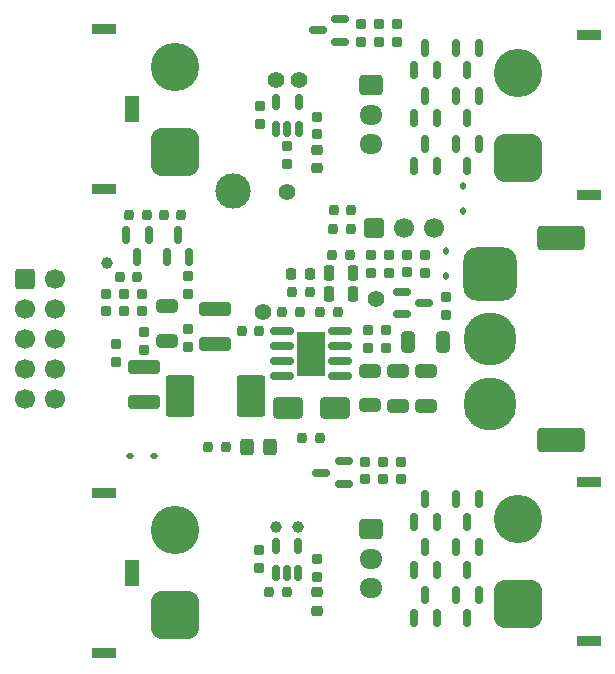
<source format=gbr>
%TF.GenerationSoftware,KiCad,Pcbnew,9.0.2*%
%TF.CreationDate,2025-06-18T19:59:33+02:00*%
%TF.ProjectId,Robobuoy-Sub-PSU-v2_1,526f626f-6275-46f7-992d-5375622d5053,2.0*%
%TF.SameCoordinates,Original*%
%TF.FileFunction,Soldermask,Top*%
%TF.FilePolarity,Negative*%
%FSLAX46Y46*%
G04 Gerber Fmt 4.6, Leading zero omitted, Abs format (unit mm)*
G04 Created by KiCad (PCBNEW 9.0.2) date 2025-06-18 19:59:33*
%MOMM*%
%LPD*%
G01*
G04 APERTURE LIST*
G04 Aperture macros list*
%AMRoundRect*
0 Rectangle with rounded corners*
0 $1 Rounding radius*
0 $2 $3 $4 $5 $6 $7 $8 $9 X,Y pos of 4 corners*
0 Add a 4 corners polygon primitive as box body*
4,1,4,$2,$3,$4,$5,$6,$7,$8,$9,$2,$3,0*
0 Add four circle primitives for the rounded corners*
1,1,$1+$1,$2,$3*
1,1,$1+$1,$4,$5*
1,1,$1+$1,$6,$7*
1,1,$1+$1,$8,$9*
0 Add four rect primitives between the rounded corners*
20,1,$1+$1,$2,$3,$4,$5,0*
20,1,$1+$1,$4,$5,$6,$7,0*
20,1,$1+$1,$6,$7,$8,$9,0*
20,1,$1+$1,$8,$9,$2,$3,0*%
G04 Aperture macros list end*
%ADD10R,2.000000X0.900000*%
%ADD11RoundRect,1.025000X1.025000X-1.025000X1.025000X1.025000X-1.025000X1.025000X-1.025000X-1.025000X0*%
%ADD12C,4.100000*%
%ADD13R,1.300000X2.300000*%
%ADD14RoundRect,1.025000X-1.025000X1.025000X-1.025000X-1.025000X1.025000X-1.025000X1.025000X1.025000X0*%
%ADD15RoundRect,0.200000X0.200000X0.250000X-0.200000X0.250000X-0.200000X-0.250000X0.200000X-0.250000X0*%
%ADD16RoundRect,0.200000X-0.250000X0.200000X-0.250000X-0.200000X0.250000X-0.200000X0.250000X0.200000X0*%
%ADD17RoundRect,0.250000X-0.600000X-0.600000X0.600000X-0.600000X0.600000X0.600000X-0.600000X0.600000X0*%
%ADD18C,1.700000*%
%ADD19RoundRect,0.218750X0.256250X-0.218750X0.256250X0.218750X-0.256250X0.218750X-0.256250X-0.218750X0*%
%ADD20RoundRect,0.150000X-0.150000X0.587500X-0.150000X-0.587500X0.150000X-0.587500X0.150000X0.587500X0*%
%ADD21RoundRect,0.200000X0.250000X-0.200000X0.250000X0.200000X-0.250000X0.200000X-0.250000X-0.200000X0*%
%ADD22RoundRect,0.250000X0.650000X-0.325000X0.650000X0.325000X-0.650000X0.325000X-0.650000X-0.325000X0*%
%ADD23RoundRect,0.250000X-1.000000X-0.650000X1.000000X-0.650000X1.000000X0.650000X-1.000000X0.650000X0*%
%ADD24RoundRect,0.150000X0.150000X-0.512500X0.150000X0.512500X-0.150000X0.512500X-0.150000X-0.512500X0*%
%ADD25RoundRect,0.200000X-0.200000X-0.250000X0.200000X-0.250000X0.200000X0.250000X-0.200000X0.250000X0*%
%ADD26RoundRect,0.250000X-0.725000X0.600000X-0.725000X-0.600000X0.725000X-0.600000X0.725000X0.600000X0*%
%ADD27O,1.950000X1.700000*%
%ADD28RoundRect,0.250000X-0.325000X-0.650000X0.325000X-0.650000X0.325000X0.650000X-0.325000X0.650000X0*%
%ADD29RoundRect,0.112500X-0.112500X0.187500X-0.112500X-0.187500X0.112500X-0.187500X0.112500X0.187500X0*%
%ADD30RoundRect,0.150000X0.150000X-0.587500X0.150000X0.587500X-0.150000X0.587500X-0.150000X-0.587500X0*%
%ADD31RoundRect,0.112500X0.187500X0.112500X-0.187500X0.112500X-0.187500X-0.112500X0.187500X-0.112500X0*%
%ADD32C,1.400000*%
%ADD33C,3.000000*%
%ADD34RoundRect,0.250000X-1.750000X0.750000X-1.750000X-0.750000X1.750000X-0.750000X1.750000X0.750000X0*%
%ADD35RoundRect,1.125000X-1.125000X1.125000X-1.125000X-1.125000X1.125000X-1.125000X1.125000X1.125000X0*%
%ADD36C,4.500000*%
%ADD37RoundRect,0.225000X0.225000X0.425000X-0.225000X0.425000X-0.225000X-0.425000X0.225000X-0.425000X0*%
%ADD38RoundRect,0.230769X0.969231X1.519231X-0.969231X1.519231X-0.969231X-1.519231X0.969231X-1.519231X0*%
%ADD39RoundRect,0.250000X-0.650000X0.325000X-0.650000X-0.325000X0.650000X-0.325000X0.650000X0.325000X0*%
%ADD40RoundRect,0.250000X1.100000X-0.325000X1.100000X0.325000X-1.100000X0.325000X-1.100000X-0.325000X0*%
%ADD41RoundRect,0.150000X0.825000X0.150000X-0.825000X0.150000X-0.825000X-0.150000X0.825000X-0.150000X0*%
%ADD42R,2.410000X3.810000*%
%ADD43RoundRect,0.150000X0.587500X0.150000X-0.587500X0.150000X-0.587500X-0.150000X0.587500X-0.150000X0*%
%ADD44RoundRect,0.150000X-0.587500X-0.150000X0.587500X-0.150000X0.587500X0.150000X-0.587500X0.150000X0*%
%ADD45RoundRect,0.206250X-0.618750X-0.618750X0.618750X-0.618750X0.618750X0.618750X-0.618750X0.618750X0*%
%ADD46RoundRect,0.218750X-0.218750X-0.256250X0.218750X-0.256250X0.218750X0.256250X-0.218750X0.256250X0*%
%ADD47C,1.000000*%
%ADD48RoundRect,0.300000X0.300000X0.400000X-0.300000X0.400000X-0.300000X-0.400000X0.300000X-0.400000X0*%
G04 APERTURE END LIST*
D10*
%TO.C,J104*%
X-17401500Y-26562000D03*
X-17401500Y-13062000D03*
D11*
X-11401500Y-23412000D03*
D12*
X-11401500Y-16212000D03*
D13*
X-15051500Y-19812000D03*
%TD*%
D10*
%TO.C,J107*%
X-17401500Y12700000D03*
X-17401500Y26200000D03*
D11*
X-11401500Y15850000D03*
D12*
X-11401500Y23050000D03*
D13*
X-15051500Y19450000D03*
%TD*%
D10*
%TO.C,J105*%
X23607000Y-12090000D03*
X23607000Y-25590000D03*
D14*
X17607000Y-22440000D03*
D12*
X17607000Y-15240000D03*
%TD*%
D15*
%TO.C,R123*%
X-7124000Y-9144000D03*
X-8624000Y-9144000D03*
%TD*%
D16*
%TO.C,R102*%
X9779000Y7100000D03*
X9779000Y5600000D03*
%TD*%
D17*
%TO.C,J108*%
X-24130000Y5080000D03*
D18*
X-21590000Y5080000D03*
X-24130000Y2540000D03*
X-21590000Y2540000D03*
X-24130000Y0D03*
X-21590000Y0D03*
X-24130000Y-2540000D03*
X-21590000Y-2540000D03*
X-24130000Y-5080000D03*
X-21590000Y-5080000D03*
%TD*%
D16*
%TO.C,C108*%
X-4267200Y-17900000D03*
X-4267200Y-19400000D03*
%TD*%
D19*
%TO.C,D105*%
X584200Y-23037900D03*
X584200Y-21462900D03*
%TD*%
D15*
%TO.C,R124*%
X2401000Y2286000D03*
X901000Y2286000D03*
%TD*%
D20*
%TO.C,Q115*%
X14310400Y-21719300D03*
X12410400Y-21719300D03*
X13360400Y-23594300D03*
%TD*%
D21*
%TO.C,R118*%
X4318000Y25158000D03*
X4318000Y26658000D03*
%TD*%
D22*
%TO.C,C113*%
X-12065000Y-179600D03*
X-12065000Y2770400D03*
%TD*%
D23*
%TO.C,D107*%
X-1873000Y-5842000D03*
X2127000Y-5842000D03*
%TD*%
D24*
%TO.C,U102*%
X-2855000Y-19787500D03*
X-1905000Y-19787500D03*
X-955000Y-19787500D03*
X-955000Y-17512500D03*
X-2855000Y-17512500D03*
%TD*%
D21*
%TO.C,R119*%
X6169900Y-11890400D03*
X6169900Y-10390400D03*
%TD*%
D25*
%TO.C,R115*%
X-5753800Y635000D03*
X-4253800Y635000D03*
%TD*%
D15*
%TO.C,R112*%
X-1917000Y-21444000D03*
X-3417000Y-21444000D03*
%TD*%
D26*
%TO.C,J103*%
X5224000Y21482000D03*
D27*
X5224000Y18982000D03*
X5224000Y16482000D03*
%TD*%
D28*
%TO.C,C107*%
X8304000Y-254000D03*
X11254000Y-254000D03*
%TD*%
D16*
%TO.C,R110*%
X-15697200Y3823400D03*
X-15697200Y2323400D03*
%TD*%
D25*
%TO.C,C114*%
X-623000Y-8382000D03*
X877000Y-8382000D03*
%TD*%
D29*
%TO.C,D109*%
X12954000Y12911800D03*
X12954000Y10811800D03*
%TD*%
D30*
%TO.C,Q114*%
X8854400Y22786100D03*
X10754400Y22786100D03*
X9804400Y24661100D03*
%TD*%
D25*
%TO.C,R116*%
X-2350200Y2286000D03*
X-850200Y2286000D03*
%TD*%
D16*
%TO.C,R111*%
X-1879600Y16294800D03*
X-1879600Y14794800D03*
%TD*%
%TO.C,C106*%
X-17221200Y3823400D03*
X-17221200Y2323400D03*
%TD*%
D21*
%TO.C,C102*%
X6477000Y-750000D03*
X6477000Y750000D03*
%TD*%
D31*
%TO.C,D104*%
X-13148600Y-9956800D03*
X-15248600Y-9956800D03*
%TD*%
D30*
%TO.C,Q108*%
X8854400Y14658100D03*
X10754400Y14658100D03*
X9804400Y16533100D03*
%TD*%
D21*
%TO.C,R121*%
X7693900Y-11890400D03*
X7693900Y-10390400D03*
%TD*%
D10*
%TO.C,J106*%
X23607000Y25692000D03*
X23607000Y12192000D03*
D14*
X17607000Y15342000D03*
D12*
X17607000Y22542000D03*
%TD*%
D21*
%TO.C,C103*%
X4953000Y-750000D03*
X4953000Y750000D03*
%TD*%
D32*
%TO.C,TP102*%
X5638800Y3403600D03*
%TD*%
%TO.C,TP105*%
X-889000Y21894800D03*
%TD*%
D24*
%TO.C,U103*%
X-2838000Y17804500D03*
X-1888000Y17804500D03*
X-938000Y17804500D03*
X-938000Y20079500D03*
X-2838000Y20079500D03*
%TD*%
D33*
%TO.C,TP101*%
X-6502400Y12496800D03*
%TD*%
D30*
%TO.C,Q101*%
X-12114700Y6936500D03*
X-10214700Y6936500D03*
X-11164700Y8811500D03*
%TD*%
D15*
%TO.C,R109*%
X-14591600Y5207000D03*
X-16091600Y5207000D03*
%TD*%
D20*
%TO.C,Q111*%
X14310400Y-13591300D03*
X12410400Y-13591300D03*
X13360400Y-15466300D03*
%TD*%
D15*
%TO.C,R107*%
X3417000Y7112000D03*
X1917000Y7112000D03*
%TD*%
D34*
%TO.C,J101*%
X21240000Y8550000D03*
X21240000Y-8550000D03*
D35*
X15240000Y5500000D03*
D36*
X15240000Y0D03*
X15240000Y-5500000D03*
%TD*%
D15*
%TO.C,R127*%
X3518600Y10922000D03*
X2018600Y10922000D03*
%TD*%
D37*
%TO.C,C104*%
X3667000Y5588000D03*
X1667000Y5588000D03*
%TD*%
D19*
%TO.C,D106*%
X584200Y14427100D03*
X584200Y16002100D03*
%TD*%
D38*
%TO.C,L101*%
X-5001000Y-4826000D03*
X-11001000Y-4826000D03*
%TD*%
D39*
%TO.C,C110*%
X9855200Y-2707051D03*
X9855200Y-5657051D03*
%TD*%
D32*
%TO.C,TP106*%
X-3911600Y2260600D03*
%TD*%
D40*
%TO.C,C111*%
X-8001000Y-459000D03*
X-8001000Y2491000D03*
%TD*%
D20*
%TO.C,Q113*%
X14310400Y-17655300D03*
X12410400Y-17655300D03*
X13360400Y-19530300D03*
%TD*%
D30*
%TO.C,Q105*%
X8854400Y-19530300D03*
X10754400Y-19530300D03*
X9804400Y-17655300D03*
%TD*%
D41*
%TO.C,U101*%
X2602000Y-3175000D03*
X2602000Y-1905000D03*
X2602000Y-635000D03*
X2602000Y635000D03*
X-2348000Y635000D03*
X-2348000Y-635000D03*
X-2348000Y-1905000D03*
X-2348000Y-3175000D03*
D42*
X127000Y-1270000D03*
%TD*%
D43*
%TO.C,Q103*%
X2867900Y-12278400D03*
X2867900Y-10378400D03*
X992900Y-11328400D03*
%TD*%
D26*
%TO.C,J102*%
X5207000Y-16110000D03*
D27*
X5207000Y-18610000D03*
X5207000Y-21110000D03*
%TD*%
D21*
%TO.C,C112*%
X-14046200Y-927800D03*
X-14046200Y572200D03*
%TD*%
D32*
%TO.C,TP109*%
X-1955800Y12446000D03*
%TD*%
D21*
%TO.C,R132*%
X11557000Y2044000D03*
X11557000Y3544000D03*
%TD*%
D30*
%TO.C,Q112*%
X8854400Y18722100D03*
X10754400Y18722100D03*
X9804400Y20597100D03*
%TD*%
D21*
%TO.C,C119*%
X-10261600Y-699200D03*
X-10261600Y800800D03*
%TD*%
D29*
%TO.C,D101*%
X11557000Y7400000D03*
X11557000Y5300000D03*
%TD*%
D16*
%TO.C,C109*%
X-4241800Y19692000D03*
X-4241800Y18192000D03*
%TD*%
D44*
%TO.C,Q119*%
X7825500Y3998000D03*
X7825500Y2098000D03*
X9700500Y3048000D03*
%TD*%
D16*
%TO.C,C116*%
X-16383000Y-455800D03*
X-16383000Y-1955800D03*
%TD*%
D32*
%TO.C,TP108*%
X-2844800Y21894800D03*
%TD*%
D15*
%TO.C,R103*%
X-12000Y3962400D03*
X-1512000Y3962400D03*
%TD*%
D45*
%TO.C,SW101*%
X5461000Y9398000D03*
D18*
X8001000Y9398000D03*
X10541000Y9398000D03*
%TD*%
D21*
%TO.C,R114*%
X609600Y17309400D03*
X609600Y18809400D03*
%TD*%
D46*
%TO.C,D103*%
X-1549500Y5486400D03*
X25500Y5486400D03*
%TD*%
D21*
%TO.C,R113*%
X584200Y-20155600D03*
X584200Y-18655600D03*
%TD*%
D20*
%TO.C,Q110*%
X14310400Y16533100D03*
X12410400Y16533100D03*
X13360400Y14658100D03*
%TD*%
D21*
%TO.C,R105*%
X6756400Y5600000D03*
X6756400Y7100000D03*
%TD*%
D47*
%TO.C,TP107*%
X-2844800Y-15900400D03*
%TD*%
D40*
%TO.C,C117*%
X-14046200Y-5310400D03*
X-14046200Y-2360400D03*
%TD*%
D15*
%TO.C,R129*%
X3493200Y9321800D03*
X1993200Y9321800D03*
%TD*%
D16*
%TO.C,R126*%
X8280400Y7125400D03*
X8280400Y5625400D03*
%TD*%
%TO.C,R108*%
X-14173200Y3823400D03*
X-14173200Y2323400D03*
%TD*%
D21*
%TO.C,R120*%
X5842000Y25158000D03*
X5842000Y26658000D03*
%TD*%
D16*
%TO.C,R101*%
X-10261600Y5322000D03*
X-10261600Y3822000D03*
%TD*%
D21*
%TO.C,R122*%
X7366000Y25158000D03*
X7366000Y26658000D03*
%TD*%
D30*
%TO.C,Q107*%
X8854400Y-15466300D03*
X10754400Y-15466300D03*
X9804400Y-13591300D03*
%TD*%
D39*
%TO.C,C101*%
X7467600Y-2716000D03*
X7467600Y-5666000D03*
%TD*%
D48*
%TO.C,D108*%
X-3318000Y-9144000D03*
X-5318000Y-9144000D03*
%TD*%
D20*
%TO.C,Q102*%
X-13629600Y8811500D03*
X-15529600Y8811500D03*
X-14579600Y6936500D03*
%TD*%
D30*
%TO.C,Q109*%
X8854400Y-23594300D03*
X10754400Y-23594300D03*
X9804400Y-21719300D03*
%TD*%
D47*
%TO.C,TP103*%
X-17145000Y6451600D03*
%TD*%
D39*
%TO.C,C115*%
X5130801Y-2681651D03*
X5130801Y-5631651D03*
%TD*%
D15*
%TO.C,R128*%
X-13778800Y10464800D03*
X-15278800Y10464800D03*
%TD*%
D20*
%TO.C,Q116*%
X14310400Y24661100D03*
X12410400Y24661100D03*
X13360400Y22786100D03*
%TD*%
D43*
%TO.C,Q104*%
X2537700Y25172500D03*
X2537700Y27072500D03*
X662700Y26122500D03*
%TD*%
D21*
%TO.C,R117*%
X4645900Y-11890400D03*
X4645900Y-10390400D03*
%TD*%
D15*
%TO.C,R104*%
X-10857800Y10464800D03*
X-12357800Y10464800D03*
%TD*%
D21*
%TO.C,R106*%
X5207000Y5600000D03*
X5207000Y7100000D03*
%TD*%
D47*
%TO.C,TP104*%
X-965200Y-15900400D03*
%TD*%
D20*
%TO.C,Q106*%
X14310400Y20597100D03*
X12410400Y20597100D03*
X13360400Y18722100D03*
%TD*%
D37*
%TO.C,C105*%
X3667000Y3810000D03*
X1667000Y3810000D03*
%TD*%
M02*

</source>
